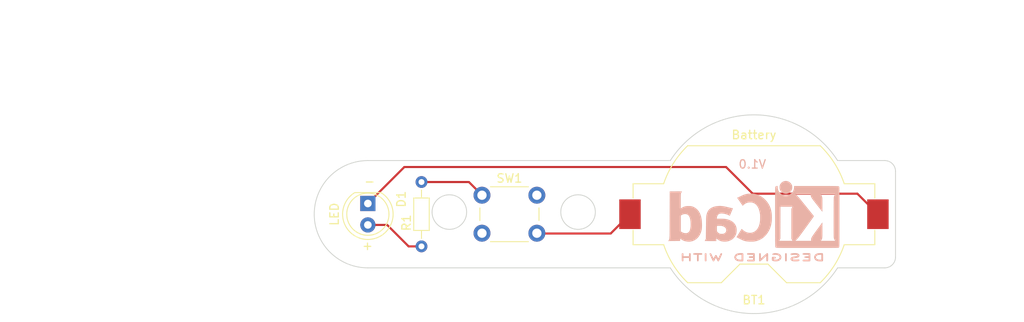
<source format=kicad_pcb>
(kicad_pcb (version 20221018) (generator pcbnew)
  (title_block (title "LED torch") (date "2023-05-11") (rev "0.1") (comment 2 "Filippo Graziani"))
  (layers (0 "F.Cu" signal) (31 "B.Cu" signal) (34 "B.Paste" user) (35 "F.Paste" user) (36 "B.SilkS" user "B.Silkscreen") (37 "F.SilkS" user "F.Silkscreen") (38 "B.Mask" user) (39 "F.Mask" user) (44 "Edge.Cuts" user))
  (net 0 "")
  (net 1 "/bat_pos")
  (net 2 "/LED_cathode")
  (net 3 "/LED_anode")
  (net 4 "Net-(SW1-A)")
  (footprint "LED_THT:LED_D5.0mm" (layer "F.Cu") (at 123.444 100.584 -90)
    (fp_text reference "D1" (at -0.508 -3.96 90) (layer "F.SilkS"))
    (fp_text value "LED" (at 1.27 3.96 90) (layer "F.SilkS"))
    (pad "1" thru_hole rect (at 0 0 270) (size 1.8 1.8) (drill 0.9) (layers "*.Cu" "*.Mask") (net 2 "/LED_cathode"))
    (pad "2" thru_hole circle (at 2.54 0 270) (size 1.8 1.8) (drill 0.9) (layers "*.Cu" "*.Mask") (net 3 "/LED_anode"))
  )
  (footprint "Resistor_THT:R_Axial_DIN0204_L3.6mm_D1.6mm_P7.62mm_Horizontal" (layer "F.Cu") (at 129.794 105.664 90)
    (fp_text reference "R1" (at 2.794 -1.778 90) (layer "F.SilkS"))
    (fp_text value "R")
    (pad "1" thru_hole circle (at 0 0 90) (size 1.4 1.4) (drill 0.7) (layers "*.Cu" "*.Mask") (net 3 "/LED_anode"))
    (pad "2" thru_hole oval (at 7.62 0 90) (size 1.4 1.4) (drill 0.7) (layers "*.Cu" "*.Mask") (net 4 "Net-(SW1-A)"))
  )
  (footprint "Battery:BatteryHolder_Keystone_1058_1x2032" (layer "F.Cu") (at 169.164 101.854)
    (fp_text reference "BT1" (at 0 10.16) (layer "F.SilkS"))
    (fp_text value "Battery" (at 0 -9.398) (layer "F.SilkS"))
    (pad "1" smd rect (at -14.68 0) (size 2.54 3.51) (layers "F.Cu" "F.Paste" "F.Mask") (net 1 "/bat_pos"))
    (pad "2" smd rect (at 14.68 0) (size 2.54 3.51) (layers "F.Cu" "F.Paste" "F.Mask") (net 2 "/LED_cathode"))
  )
  (footprint "Button_Switch_THT:SW_PUSH_6mm_H5mm" (layer "F.Cu") (at 136.958 99.604)
    (fp_text reference "SW1" (at 3.25 -2) (layer "F.SilkS"))
    (fp_text value "SW_SPST")
    (pad "1" thru_hole circle (at 0 0 90) (size 2 2) (drill 1.1) (layers "*.Cu" "*.Mask") (net 4 "Net-(SW1-A)"))
    (pad "2" thru_hole circle (at 6.5 4.5 90) (size 2 2) (drill 1.1) (layers "*.Cu" "*.Mask") (net 1 "/bat_pos"))
    (pad "3" thru_hole circle (at 6.5 0 90) (size 2 2) (drill 1.1) (layers "*.Cu" "*.Mask"))
    (pad "4" thru_hole circle (at 0 4.5 90) (size 2 2) (drill 1.1) (layers "*.Cu" "*.Mask"))
  )
  (footprint "Symbol:KiCad-Logo2_8mm_SilkScreen" (layer "B.Cu") (at 169.164 101.854 180)
    (fp_text reference "REF**" hide)
    (fp_text value "KiCad-Logo2_8mm_SilkScreen" hide)
  )
  (gr_circle (center 148.336 101.6) (end 150.114 102.616) (stroke (width 0.1)) (fill none) (layer "Edge.Cuts"))
  (gr_arc (start 184.658 95.504) (mid 185.556026 95.875974) (end 185.928 96.774) (stroke (width 0.1)) (layer "Edge.Cuts"))
  (gr_arc (start 159.258 95.504) (mid 169.164 90.087465) (end 179.07 95.504) (stroke (width 0.1)) (layer "Edge.Cuts"))
  (gr_line (start 179.07 95.504) (end 184.658 95.504) (stroke (width 0.1)) (layer "Edge.Cuts"))
  (gr_arc (start 123.444 108.204) (mid 117.094 101.854) (end 123.444 95.504) (stroke (width 0.1)) (layer "Edge.Cuts"))
  (gr_circle (center 133.096 101.6) (end 134.874 102.616) (stroke (width 0.1)) (fill none) (layer "Edge.Cuts"))
  (gr_line (start 179.07 108.204) (end 184.658 108.204) (stroke (width 0.1)) (layer "Edge.Cuts"))
  (gr_line (start 185.928 106.934) (end 185.928 96.774) (stroke (width 0.1)) (layer "Edge.Cuts"))
  (gr_line (start 159.258 95.504) (end 123.444 95.504) (stroke (width 0.1)) (layer "Edge.Cuts"))
  (gr_arc (start 185.928 106.934) (mid 185.556026 107.832026) (end 184.658 108.204) (stroke (width 0.1)) (layer "Edge.Cuts"))
  (gr_arc (start 179.07 108.204) (mid 169.164 113.620535) (end 159.258 108.204) (stroke (width 0.1)) (layer "Edge.Cuts"))
  (gr_line (start 123.444 108.204) (end 159.258 108.204) (stroke (width 0.1)) (layer "Edge.Cuts"))
  (gr_text "V1.0" (at 170.688 96.52) (layer "B.SilkS") (effects (font (size 1 1)) (justify left bottom mirror)))
  (gr_text "-" (at 122.936 98.552) (layer "F.SilkS") (effects (font (size 1 1)) (justify left bottom)))
  (gr_text "+" (at 122.682 106.172) (layer "F.SilkS") (effects (font (size 1 1)) (justify left bottom)))
  (segment (start 152.198 104.14) (end 143.51 104.14) (width 0.25) (layer "F.Cu") (net 1))
  (segment (start 154.484 101.854) (end 152.198 104.14) (width 0.25) (layer "F.Cu") (net 1))
  (segment (start 169.021379 99.425379) (end 181.415379 99.425379) (width 0.25) (layer "F.Cu") (net 2))
  (segment (start 181.415379 99.425379) (end 183.844 101.854) (width 0.25) (layer "F.Cu") (net 2))
  (segment (start 123.444 100.584) (end 127.762 96.266) (width 0.25) (layer "F.Cu") (net 2))
  (segment (start 127.762 96.266) (end 165.862 96.266) (width 0.25) (layer "F.Cu") (net 2))
  (segment (start 165.862 96.266) (end 169.021379 99.425379) (width 0.25) (layer "F.Cu") (net 2))
  (segment (start 125.73 103.124) (end 128.27 105.664) (width 0.25) (layer "F.Cu") (net 3))
  (segment (start 128.27 105.664) (end 129.794 105.664) (width 0.25) (layer "F.Cu") (net 3))
  (segment (start 123.444 103.124) (end 125.73 103.124) (width 0.25) (layer "F.Cu") (net 3))
  (segment (start 135.414 98.044) (end 129.794 98.044) (width 0.25) (layer "F.Cu") (net 4))
  (segment (start 137.01 99.64) (end 135.414 98.044) (width 0.25) (layer "F.Cu") (net 4))
)
</source>
